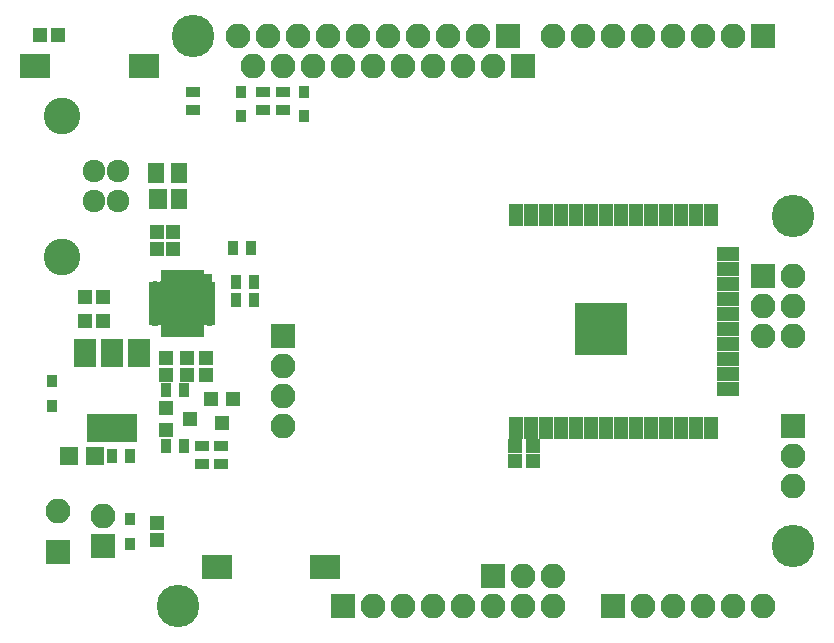
<source format=gts>
G04 #@! TF.FileFunction,Soldermask,Top*
%FSLAX46Y46*%
G04 Gerber Fmt 4.6, Leading zero omitted, Abs format (unit mm)*
G04 Created by KiCad (PCBNEW 4.0.6) date 06/05/17 08:14:14*
%MOMM*%
%LPD*%
G01*
G04 APERTURE LIST*
%ADD10C,0.100000*%
%ADD11C,0.127000*%
%ADD12R,2.100000X2.100000*%
%ADD13O,2.100000X2.100000*%
%ADD14R,1.200000X1.150000*%
%ADD15R,1.150000X1.200000*%
%ADD16R,1.600000X1.600000*%
%ADD17R,0.850000X1.000000*%
%ADD18R,1.200000X1.300000*%
%ADD19R,1.300000X1.200000*%
%ADD20R,0.900000X1.300000*%
%ADD21R,1.300000X0.900000*%
%ADD22R,4.200000X2.400000*%
%ADD23R,1.900000X2.400000*%
%ADD24R,2.580000X2.000000*%
%ADD25C,1.920000*%
%ADD26C,3.100000*%
%ADD27R,1.299160X1.898600*%
%ADD28R,1.898600X1.299160*%
%ADD29R,4.400000X4.400000*%
%ADD30C,3.600000*%
%ADD31R,0.699720X0.999440*%
%ADD32R,0.999440X0.699720*%
%ADD33R,3.699460X3.699460*%
%ADD34R,0.834340X0.834340*%
%ADD35R,1.600000X1.800000*%
%ADD36R,1.400000X1.800000*%
G04 APERTURE END LIST*
D10*
D11*
X129999740Y-101287580D02*
X129999740Y-101887020D01*
X129999740Y-101887020D02*
X130299460Y-101887020D01*
X130299460Y-101887020D02*
X130299460Y-101287580D01*
X130299460Y-101287580D02*
X129999740Y-101287580D01*
X129499360Y-101287580D02*
X129499360Y-101887020D01*
X129499360Y-101887020D02*
X129799080Y-101887020D01*
X129799080Y-101887020D02*
X129799080Y-101287580D01*
X129799080Y-101287580D02*
X129499360Y-101287580D01*
X128998980Y-101287580D02*
X128998980Y-101887020D01*
X128998980Y-101887020D02*
X129298700Y-101887020D01*
X129298700Y-101887020D02*
X129298700Y-101287580D01*
X129298700Y-101287580D02*
X128998980Y-101287580D01*
X128501140Y-101287580D02*
X128501140Y-101887020D01*
X128501140Y-101887020D02*
X128800860Y-101887020D01*
X128800860Y-101887020D02*
X128800860Y-101287580D01*
X128800860Y-101287580D02*
X128501140Y-101287580D01*
X128003300Y-101287580D02*
X128003300Y-101887020D01*
X128003300Y-101887020D02*
X128303020Y-101887020D01*
X128303020Y-101887020D02*
X128303020Y-101287580D01*
X128303020Y-101287580D02*
X128003300Y-101287580D01*
X127502920Y-101287580D02*
X127502920Y-101887020D01*
X127502920Y-101887020D02*
X127802640Y-101887020D01*
X127802640Y-101887020D02*
X127802640Y-101287580D01*
X127802640Y-101287580D02*
X127502920Y-101287580D01*
X127002540Y-101287580D02*
X127002540Y-101887020D01*
X127002540Y-101887020D02*
X127302260Y-101887020D01*
X127302260Y-101887020D02*
X127302260Y-101287580D01*
X127302260Y-101287580D02*
X127002540Y-101287580D01*
X126202440Y-102087680D02*
X126202440Y-102687120D01*
X126202440Y-102687120D02*
X126502160Y-102687120D01*
X126502160Y-102687120D02*
X126502160Y-102087680D01*
X126502160Y-102087680D02*
X126202440Y-102087680D01*
X126202440Y-102588060D02*
X126202440Y-103187500D01*
X126202440Y-103187500D02*
X126502160Y-103187500D01*
X126502160Y-103187500D02*
X126502160Y-102588060D01*
X126502160Y-102588060D02*
X126202440Y-102588060D01*
X126202440Y-103088440D02*
X126202440Y-103687880D01*
X126202440Y-103687880D02*
X126502160Y-103687880D01*
X126502160Y-103687880D02*
X126502160Y-103088440D01*
X126502160Y-103088440D02*
X126202440Y-103088440D01*
X126202440Y-103586280D02*
X126202440Y-104185720D01*
X126202440Y-104185720D02*
X126502160Y-104185720D01*
X126502160Y-104185720D02*
X126502160Y-103586280D01*
X126502160Y-103586280D02*
X126202440Y-103586280D01*
X126202440Y-104084120D02*
X126202440Y-104683560D01*
X126202440Y-104683560D02*
X126502160Y-104683560D01*
X126502160Y-104683560D02*
X126502160Y-104084120D01*
X126502160Y-104084120D02*
X126202440Y-104084120D01*
X126202440Y-104584500D02*
X126202440Y-105183940D01*
X126202440Y-105183940D02*
X126502160Y-105183940D01*
X126502160Y-105183940D02*
X126502160Y-104584500D01*
X126502160Y-104584500D02*
X126202440Y-104584500D01*
X126202440Y-105084880D02*
X126202440Y-105684320D01*
X126202440Y-105684320D02*
X126502160Y-105684320D01*
X126502160Y-105684320D02*
X126502160Y-105084880D01*
X126502160Y-105084880D02*
X126202440Y-105084880D01*
X127002540Y-105884980D02*
X127002540Y-106484420D01*
X127002540Y-106484420D02*
X127302260Y-106484420D01*
X127302260Y-106484420D02*
X127302260Y-105884980D01*
X127302260Y-105884980D02*
X127002540Y-105884980D01*
X127502920Y-105884980D02*
X127502920Y-106484420D01*
X127502920Y-106484420D02*
X127802640Y-106484420D01*
X127802640Y-106484420D02*
X127802640Y-105884980D01*
X127802640Y-105884980D02*
X127502920Y-105884980D01*
X128003300Y-105884980D02*
X128003300Y-106484420D01*
X128003300Y-106484420D02*
X128303020Y-106484420D01*
X128303020Y-106484420D02*
X128303020Y-105884980D01*
X128303020Y-105884980D02*
X128003300Y-105884980D01*
X128501140Y-105884980D02*
X128501140Y-106484420D01*
X128501140Y-106484420D02*
X128800860Y-106484420D01*
X128800860Y-106484420D02*
X128800860Y-105884980D01*
X128800860Y-105884980D02*
X128501140Y-105884980D01*
X128998980Y-105884980D02*
X128998980Y-106484420D01*
X128998980Y-106484420D02*
X129298700Y-106484420D01*
X129298700Y-106484420D02*
X129298700Y-105884980D01*
X129298700Y-105884980D02*
X128998980Y-105884980D01*
X129499360Y-105884980D02*
X129499360Y-106484420D01*
X129499360Y-106484420D02*
X129799080Y-106484420D01*
X129799080Y-106484420D02*
X129799080Y-105884980D01*
X129799080Y-105884980D02*
X129499360Y-105884980D01*
X129999740Y-105884980D02*
X129999740Y-106484420D01*
X129999740Y-106484420D02*
X130299460Y-106484420D01*
X130299460Y-106484420D02*
X130299460Y-105884980D01*
X130299460Y-105884980D02*
X129999740Y-105884980D01*
X130799840Y-105084880D02*
X130799840Y-105684320D01*
X130799840Y-105684320D02*
X131099560Y-105684320D01*
X131099560Y-105684320D02*
X131099560Y-105084880D01*
X131099560Y-105084880D02*
X130799840Y-105084880D01*
X130799840Y-104584500D02*
X130799840Y-105183940D01*
X130799840Y-105183940D02*
X131099560Y-105183940D01*
X131099560Y-105183940D02*
X131099560Y-104584500D01*
X131099560Y-104584500D02*
X130799840Y-104584500D01*
X130799840Y-104084120D02*
X130799840Y-104683560D01*
X130799840Y-104683560D02*
X131099560Y-104683560D01*
X131099560Y-104683560D02*
X131099560Y-104084120D01*
X131099560Y-104084120D02*
X130799840Y-104084120D01*
X130799840Y-103586280D02*
X130799840Y-104185720D01*
X130799840Y-104185720D02*
X131099560Y-104185720D01*
X131099560Y-104185720D02*
X131099560Y-103586280D01*
X131099560Y-103586280D02*
X130799840Y-103586280D01*
X130799840Y-103088440D02*
X130799840Y-103687880D01*
X130799840Y-103687880D02*
X131099560Y-103687880D01*
X131099560Y-103687880D02*
X131099560Y-103088440D01*
X131099560Y-103088440D02*
X130799840Y-103088440D01*
X130799840Y-102588060D02*
X130799840Y-103187500D01*
X130799840Y-103187500D02*
X131099560Y-103187500D01*
X131099560Y-103187500D02*
X131099560Y-102588060D01*
X131099560Y-102588060D02*
X130799840Y-102588060D01*
X130799840Y-102087680D02*
X130799840Y-102687120D01*
X130799840Y-102687120D02*
X131099560Y-102687120D01*
X131099560Y-102687120D02*
X131099560Y-102087680D01*
X131099560Y-102087680D02*
X130799840Y-102087680D01*
X130502660Y-101533960D02*
X130502660Y-102034340D01*
X130502660Y-102034340D02*
X131003040Y-102034340D01*
X131003040Y-102034340D02*
X131003040Y-101533960D01*
X131003040Y-101533960D02*
X130502660Y-101533960D01*
X129750820Y-102588060D02*
X129750820Y-103187500D01*
X129750820Y-103187500D02*
X130050540Y-103187500D01*
X130050540Y-103187500D02*
X130050540Y-102588060D01*
X130050540Y-102588060D02*
X129750820Y-102588060D01*
X129750820Y-103586280D02*
X129750820Y-104185720D01*
X129750820Y-104185720D02*
X130050540Y-104185720D01*
X130050540Y-104185720D02*
X130050540Y-103586280D01*
X130050540Y-103586280D02*
X129750820Y-103586280D01*
X129750820Y-104584500D02*
X129750820Y-105183940D01*
X129750820Y-105183940D02*
X130050540Y-105183940D01*
X130050540Y-105183940D02*
X130050540Y-104584500D01*
X130050540Y-104584500D02*
X129750820Y-104584500D01*
X129250440Y-102588060D02*
X129250440Y-103187500D01*
X129250440Y-103187500D02*
X129550160Y-103187500D01*
X129550160Y-103187500D02*
X129550160Y-102588060D01*
X129550160Y-102588060D02*
X129250440Y-102588060D01*
X129250440Y-103586280D02*
X129250440Y-104185720D01*
X129250440Y-104185720D02*
X129550160Y-104185720D01*
X129550160Y-104185720D02*
X129550160Y-103586280D01*
X129550160Y-103586280D02*
X129250440Y-103586280D01*
X129250440Y-104584500D02*
X129250440Y-105183940D01*
X129250440Y-105183940D02*
X129550160Y-105183940D01*
X129550160Y-105183940D02*
X129550160Y-104584500D01*
X129550160Y-104584500D02*
X129250440Y-104584500D01*
X128750060Y-102588060D02*
X128750060Y-103187500D01*
X128750060Y-103187500D02*
X129049780Y-103187500D01*
X129049780Y-103187500D02*
X129049780Y-102588060D01*
X129049780Y-102588060D02*
X128750060Y-102588060D01*
X128750060Y-103586280D02*
X128750060Y-104185720D01*
X128750060Y-104185720D02*
X129049780Y-104185720D01*
X129049780Y-104185720D02*
X129049780Y-103586280D01*
X129049780Y-103586280D02*
X128750060Y-103586280D01*
X128750060Y-104584500D02*
X128750060Y-105183940D01*
X128750060Y-105183940D02*
X129049780Y-105183940D01*
X129049780Y-105183940D02*
X129049780Y-104584500D01*
X129049780Y-104584500D02*
X128750060Y-104584500D01*
X128252220Y-102588060D02*
X128252220Y-103187500D01*
X128252220Y-103187500D02*
X128551940Y-103187500D01*
X128551940Y-103187500D02*
X128551940Y-102588060D01*
X128551940Y-102588060D02*
X128252220Y-102588060D01*
X128252220Y-103586280D02*
X128252220Y-104185720D01*
X128252220Y-104185720D02*
X128551940Y-104185720D01*
X128551940Y-104185720D02*
X128551940Y-103586280D01*
X128551940Y-103586280D02*
X128252220Y-103586280D01*
X128252220Y-104584500D02*
X128252220Y-105183940D01*
X128252220Y-105183940D02*
X128551940Y-105183940D01*
X128551940Y-105183940D02*
X128551940Y-104584500D01*
X128551940Y-104584500D02*
X128252220Y-104584500D01*
X127751840Y-102588060D02*
X127751840Y-103187500D01*
X127751840Y-103187500D02*
X128051560Y-103187500D01*
X128051560Y-103187500D02*
X128051560Y-102588060D01*
X128051560Y-102588060D02*
X127751840Y-102588060D01*
X127751840Y-103586280D02*
X127751840Y-104185720D01*
X127751840Y-104185720D02*
X128051560Y-104185720D01*
X128051560Y-104185720D02*
X128051560Y-103586280D01*
X128051560Y-103586280D02*
X127751840Y-103586280D01*
X127751840Y-104584500D02*
X127751840Y-105183940D01*
X127751840Y-105183940D02*
X128051560Y-105183940D01*
X128051560Y-105183940D02*
X128051560Y-104584500D01*
X128051560Y-104584500D02*
X127751840Y-104584500D01*
X127251460Y-102588060D02*
X127251460Y-103187500D01*
X127251460Y-103187500D02*
X127551180Y-103187500D01*
X127551180Y-103187500D02*
X127551180Y-102588060D01*
X127551180Y-102588060D02*
X127251460Y-102588060D01*
X127251460Y-103586280D02*
X127251460Y-104185720D01*
X127251460Y-104185720D02*
X127551180Y-104185720D01*
X127551180Y-104185720D02*
X127551180Y-103586280D01*
X127551180Y-103586280D02*
X127251460Y-103586280D01*
X127251460Y-104584500D02*
X127251460Y-105183940D01*
X127251460Y-105183940D02*
X127551180Y-105183940D01*
X127551180Y-105183940D02*
X127551180Y-104584500D01*
X127551180Y-104584500D02*
X127251460Y-104584500D01*
D12*
X165100000Y-129540000D03*
D13*
X167640000Y-129540000D03*
X170180000Y-129540000D03*
X172720000Y-129540000D03*
X175260000Y-129540000D03*
X177800000Y-129540000D03*
D14*
X120408000Y-103378000D03*
X121908000Y-103378000D03*
X120408000Y-105410000D03*
X121908000Y-105410000D03*
D15*
X130683000Y-109970000D03*
X130683000Y-108470000D03*
D16*
X121242000Y-116840000D03*
X119042000Y-116840000D03*
D17*
X117602000Y-110456000D03*
X117602000Y-112556000D03*
D12*
X156210000Y-81280000D03*
D13*
X153670000Y-81280000D03*
X151130000Y-81280000D03*
X148590000Y-81280000D03*
X146050000Y-81280000D03*
X143510000Y-81280000D03*
X140970000Y-81280000D03*
X138430000Y-81280000D03*
X135890000Y-81280000D03*
X133350000Y-81280000D03*
D12*
X177800000Y-81280000D03*
D13*
X175260000Y-81280000D03*
X172720000Y-81280000D03*
X170180000Y-81280000D03*
X167640000Y-81280000D03*
X165100000Y-81280000D03*
X162560000Y-81280000D03*
X160020000Y-81280000D03*
D12*
X142240000Y-129540000D03*
D13*
X144780000Y-129540000D03*
X147320000Y-129540000D03*
X149860000Y-129540000D03*
X152400000Y-129540000D03*
X154940000Y-129540000D03*
X157480000Y-129540000D03*
X160020000Y-129540000D03*
D18*
X132953800Y-111979200D03*
X131053800Y-111979200D03*
X132003800Y-113979200D03*
D19*
X127270000Y-112715000D03*
X127270000Y-114615000D03*
X129270000Y-113665000D03*
D20*
X124194000Y-116840000D03*
X122694000Y-116840000D03*
D21*
X131953000Y-117463000D03*
X131953000Y-115963000D03*
D20*
X132981000Y-99187000D03*
X134481000Y-99187000D03*
X127266000Y-111252000D03*
X128766000Y-111252000D03*
X127266000Y-115951000D03*
X128766000Y-115951000D03*
D21*
X130302000Y-117463000D03*
X130302000Y-115963000D03*
X129540000Y-87491000D03*
X129540000Y-85991000D03*
D12*
X154940000Y-127000000D03*
D13*
X157480000Y-127000000D03*
X160020000Y-127000000D03*
D22*
X122682000Y-114402000D03*
D23*
X122682000Y-108102000D03*
X120382000Y-108102000D03*
X124982000Y-108102000D03*
D24*
X140734000Y-126238000D03*
X131554000Y-126238000D03*
X125367000Y-83820000D03*
X116187000Y-83820000D03*
D25*
X123190000Y-92710000D03*
X123190000Y-95250000D03*
X121190000Y-95250000D03*
X121190000Y-92710000D03*
D26*
X118490000Y-87980000D03*
X118490000Y-99980000D03*
D17*
X124206000Y-122140000D03*
X124206000Y-124240000D03*
D12*
X121920000Y-124460000D03*
D13*
X121920000Y-121920000D03*
D15*
X126492000Y-122440000D03*
X126492000Y-123940000D03*
D27*
X156893260Y-114409220D03*
X158163260Y-114409220D03*
X159433260Y-114409220D03*
X160703260Y-114409220D03*
X161973260Y-114409220D03*
X163243260Y-114409220D03*
X164513260Y-114409220D03*
X165780720Y-114409220D03*
X167050720Y-114409220D03*
X168320720Y-114409220D03*
X169590720Y-114409220D03*
X170860720Y-114409220D03*
X172130720Y-114409220D03*
X173400720Y-114409220D03*
D28*
X174891700Y-111125000D03*
X174891700Y-109855000D03*
X174891700Y-108585000D03*
X174891700Y-107315000D03*
X174891700Y-106045000D03*
X174891700Y-104775000D03*
X174891700Y-103505000D03*
X174891700Y-102235000D03*
X174891700Y-100965000D03*
X174891700Y-99695000D03*
D27*
X173400720Y-96410780D03*
X172130720Y-96410780D03*
X170860720Y-96410780D03*
X169590720Y-96410780D03*
X168320720Y-96410780D03*
X167050720Y-96410780D03*
X165780720Y-96410780D03*
X164513260Y-96410780D03*
X163243260Y-96410780D03*
X161973260Y-96410780D03*
X160703260Y-96410780D03*
X159433260Y-96410780D03*
X158163260Y-96410780D03*
X156893260Y-96410780D03*
D29*
X164092000Y-106045000D03*
D15*
X127254000Y-109970000D03*
X127254000Y-108470000D03*
D14*
X158357000Y-117221000D03*
X156857000Y-117221000D03*
D15*
X129032000Y-109970000D03*
X129032000Y-108470000D03*
X126492000Y-99302000D03*
X126492000Y-97802000D03*
X127889000Y-99302000D03*
X127889000Y-97802000D03*
D14*
X158357000Y-115951000D03*
X156857000Y-115951000D03*
D17*
X133604000Y-85945000D03*
X133604000Y-88045000D03*
X138938000Y-85945000D03*
X138938000Y-88045000D03*
D12*
X180340000Y-114300000D03*
D13*
X180340000Y-116840000D03*
X180340000Y-119380000D03*
D12*
X177800000Y-101600000D03*
D13*
X180340000Y-101600000D03*
X177800000Y-104140000D03*
X180340000Y-104140000D03*
X177800000Y-106680000D03*
X180340000Y-106680000D03*
D20*
X133235000Y-103632000D03*
X134735000Y-103632000D03*
X133235000Y-102108000D03*
X134735000Y-102108000D03*
D30*
X129540000Y-81280000D03*
X128270000Y-129540000D03*
X180340000Y-96520000D03*
X180340000Y-124460000D03*
D31*
X130149600Y-101587300D03*
X129649220Y-101587300D03*
X129148840Y-101587300D03*
X128651000Y-101587300D03*
X128153160Y-101587300D03*
X127652780Y-101587300D03*
X127152400Y-101587300D03*
D32*
X126352300Y-102387400D03*
X126352300Y-102887780D03*
X126352300Y-103388160D03*
X126352300Y-103886000D03*
X126352300Y-104383840D03*
X126352300Y-104884220D03*
X126352300Y-105384600D03*
D31*
X127152400Y-106184700D03*
X127652780Y-106184700D03*
X128153160Y-106184700D03*
X128651000Y-106184700D03*
X129148840Y-106184700D03*
X129649220Y-106184700D03*
X130149600Y-106184700D03*
D32*
X130949700Y-105384600D03*
X130949700Y-104884220D03*
X130949700Y-104383840D03*
X130949700Y-103886000D03*
X130949700Y-103388160D03*
X130949700Y-102887780D03*
X130949700Y-102387400D03*
D33*
X128651000Y-103886000D03*
D34*
X130751580Y-101785420D03*
D35*
X126611000Y-95080000D03*
D36*
X128331000Y-95080000D03*
X128331000Y-92880000D03*
X126431000Y-92880000D03*
D21*
X135509000Y-87491000D03*
X135509000Y-85991000D03*
X137160000Y-87491000D03*
X137160000Y-85991000D03*
D14*
X118098000Y-81153000D03*
X116598000Y-81153000D03*
D12*
X157480000Y-83820000D03*
D13*
X154940000Y-83820000D03*
X152400000Y-83820000D03*
X149860000Y-83820000D03*
X147320000Y-83820000D03*
X144780000Y-83820000D03*
X142240000Y-83820000D03*
X139700000Y-83820000D03*
X137160000Y-83820000D03*
X134620000Y-83820000D03*
D12*
X137160000Y-106680000D03*
D13*
X137160000Y-109220000D03*
X137160000Y-111760000D03*
X137160000Y-114300000D03*
D12*
X118110000Y-124968000D03*
D13*
X118110000Y-121468000D03*
M02*

</source>
